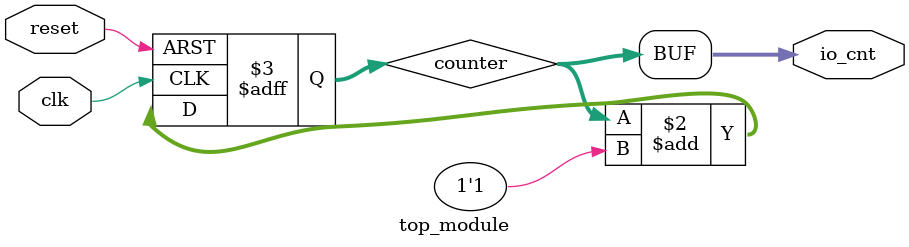
<source format=v>

module top_module #(
  parameter WIDTH = 4
)(
  output wire [WIDTH:0] io_cnt,
  input  wire           clk,
  input  wire           reset
);
  reg [WIDTH:0]   counter;
  assign io_cnt = counter;

  always @ (posedge clk or posedge reset) begin
    if (reset) begin
      counter <= 'h0;
    end else begin
      counter <= counter + 1'b1;
    end
  end
endmodule

</source>
